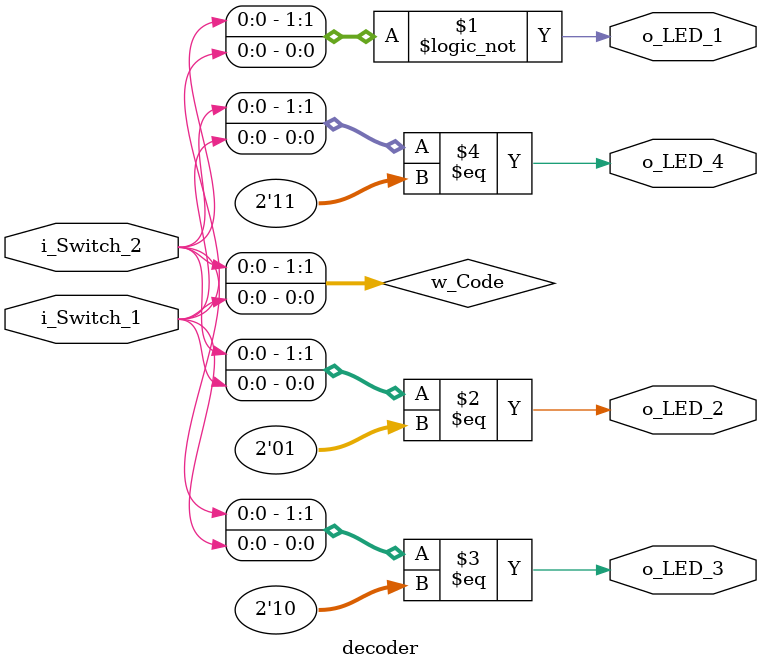
<source format=v>

module decoder (
    // Entrées : 2 switches pour le code binaire
    input wire i_Switch_1,  // code[0] - bit de poids faible
    input wire i_Switch_2,  // code[1] - bit de poids fort

    // Sorties : 4 LEDs (une seule allumée à la fois)
    output wire o_LED_1,    // Sortie 0 (actif si code=00)
    output wire o_LED_2,    // Sortie 1 (actif si code=01)
    output wire o_LED_3,    // Sortie 2 (actif si code=10)
    output wire o_LED_4     // Sortie 3 (actif si code=11)
);

    // Signal de code binaire (2 bits)
    wire [1:0] w_Code;
    assign w_Code = {i_Switch_2, i_Switch_1};

    // Décodeur 2→4 : active une seule sortie selon le code
    // Méthode 1 : Logique combinatoire directe
    assign o_LED_1 = (w_Code == 2'b00);  // Actif si code=00
    assign o_LED_2 = (w_Code == 2'b01);  // Actif si code=01
    assign o_LED_3 = (w_Code == 2'b10);  // Actif si code=10
    assign o_LED_4 = (w_Code == 2'b11);  // Actif si code=11

    // Alternative avec case statement (commentée)
    /*
    reg [3:0] r_Outputs;

    always @(*) begin
        case (w_Code)
            2'b00:   r_Outputs = 4'b0001;  // Active LED_1
            2'b01:   r_Outputs = 4'b0010;  // Active LED_2
            2'b10:   r_Outputs = 4'b0100;  // Active LED_3
            2'b11:   r_Outputs = 4'b1000;  // Active LED_4
            default: r_Outputs = 4'b0000;  // Toutes OFF
        endcase
    end

    assign {o_LED_4, o_LED_3, o_LED_2, o_LED_1} = r_Outputs;
    */

endmodule

</source>
